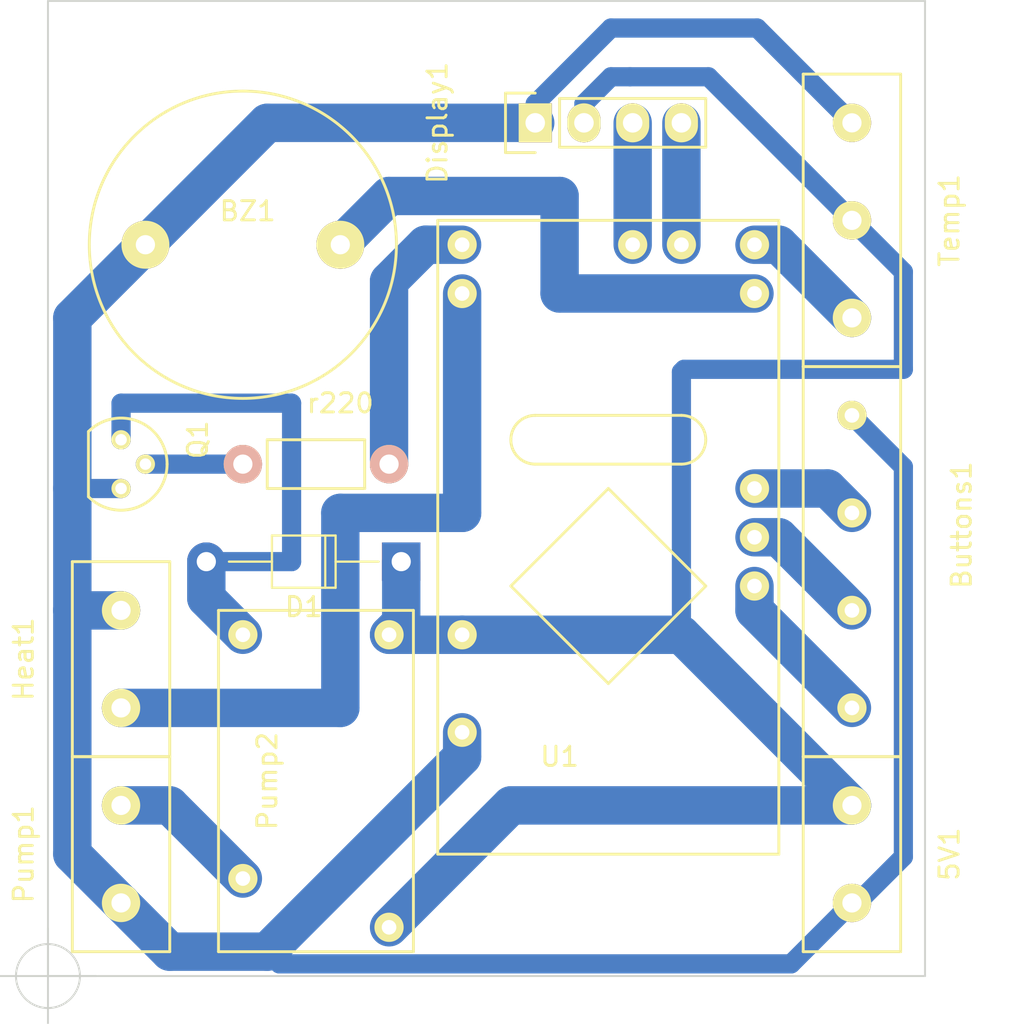
<source format=kicad_pcb>
(kicad_pcb (version 4) (host pcbnew 4.0.2+dfsg1-stable)

  (general
    (links 27)
    (no_connects 0)
    (area 153.815 99.009999 206.715 152.213572)
    (thickness 1.6)
    (drawings 5)
    (tracks 72)
    (zones 0)
    (modules 12)
    (nets 15)
  )

  (page A4)
  (layers
    (0 F.Cu signal)
    (31 B.Cu mixed)
    (33 F.Adhes user)
    (35 F.Paste user)
    (37 F.SilkS user)
    (39 F.Mask user)
    (40 Dwgs.User user)
    (41 Cmts.User user)
    (42 Eco1.User user)
    (43 Eco2.User user)
    (44 Edge.Cuts user)
    (45 Margin user)
    (47 F.CrtYd user)
    (49 F.Fab user)
  )

  (setup
    (last_trace_width 1)
    (user_trace_width 1)
    (trace_clearance 0.2)
    (zone_clearance 0.508)
    (zone_45_only no)
    (trace_min 0.2)
    (segment_width 0.2)
    (edge_width 0.1)
    (via_size 0.6)
    (via_drill 0.4)
    (via_min_size 0.4)
    (via_min_drill 0.3)
    (uvia_size 0.3)
    (uvia_drill 0.1)
    (uvias_allowed no)
    (uvia_min_size 0.2)
    (uvia_min_drill 0.1)
    (pcb_text_width 0.3)
    (pcb_text_size 1.5 1.5)
    (mod_edge_width 0.15)
    (mod_text_size 1 1)
    (mod_text_width 0.15)
    (pad_size 1.5 1.5)
    (pad_drill 0.6)
    (pad_to_mask_clearance 0)
    (aux_axis_origin 156.35 150)
    (grid_origin 156.21 149.86)
    (visible_elements FFFFFF7F)
    (pcbplotparams
      (layerselection 0x00000_80000000)
      (usegerberextensions false)
      (excludeedgelayer true)
      (linewidth 0.100000)
      (plotframeref false)
      (viasonmask false)
      (mode 1)
      (useauxorigin false)
      (hpglpennumber 1)
      (hpglpenspeed 20)
      (hpglpendiameter 15)
      (hpglpenoverlay 2)
      (psnegative false)
      (psa4output false)
      (plotreference true)
      (plotvalue true)
      (plotinvisibletext false)
      (padsonsilk false)
      (subtractmaskfromsilk false)
      (outputformat 1)
      (mirror false)
      (drillshape 0)
      (scaleselection 1)
      (outputdirectory /home/mikkel/projects/hbs/pcb/))
  )

  (net 0 "")
  (net 1 GND)
  (net 2 VCC)
  (net 3 "Net-(Buttons1-Pad2)")
  (net 4 "Net-(Buttons1-Pad3)")
  (net 5 "Net-(Buttons1-Pad4)")
  (net 6 "Net-(BZ1-Pad2)")
  (net 7 "Net-(Display1-Pad3)")
  (net 8 "Net-(Display1-Pad4)")
  (net 9 "Net-(Heat1-Pad2)")
  (net 10 "Net-(D1-Pad2)")
  (net 11 "Net-(Q1-Pad2)")
  (net 12 "Net-(U1-PadD10)")
  (net 13 "Net-(Temp1-Pad3)")
  (net 14 "Net-(Pump1-Pad2)")

  (net_class Default "This is the default net class."
    (clearance 0.2)
    (trace_width 2)
    (via_dia 0.6)
    (via_drill 0.4)
    (uvia_dia 0.3)
    (uvia_drill 0.1)
    (add_net GND)
    (add_net "Net-(BZ1-Pad2)")
    (add_net "Net-(Buttons1-Pad2)")
    (add_net "Net-(Buttons1-Pad3)")
    (add_net "Net-(Buttons1-Pad4)")
    (add_net "Net-(D1-Pad2)")
    (add_net "Net-(Display1-Pad3)")
    (add_net "Net-(Display1-Pad4)")
    (add_net "Net-(Heat1-Pad2)")
    (add_net "Net-(Pump1-Pad2)")
    (add_net "Net-(Q1-Pad2)")
    (add_net "Net-(Temp1-Pad3)")
    (add_net "Net-(U1-PadD10)")
    (add_net VCC)
  )

  (module hbs:screw-terminal-2-5.08 locked (layer F.Cu) (tedit 5A01F2D7) (tstamp 5A014640)
    (at 198.12 146.05 90)
    (path /59FCE19F)
    (fp_text reference 5V1 (at 2.54 5.08 90) (layer F.SilkS)
      (effects (font (size 1 1) (thickness 0.15)))
    )
    (fp_text value Screw_Terminal_01x02 (at 2.54 -3.81 90) (layer F.Fab) hide
      (effects (font (size 1 1) (thickness 0.15)))
    )
    (fp_line (start -2.54 -2.54) (end 7.62 -2.54) (layer F.SilkS) (width 0.15))
    (fp_line (start 7.62 -2.54) (end 7.62 2.54) (layer F.SilkS) (width 0.15))
    (fp_line (start 7.62 2.54) (end -2.54 2.54) (layer F.SilkS) (width 0.15))
    (fp_line (start -2.54 2.54) (end -2.54 -2.54) (layer F.SilkS) (width 0.15))
    (pad 1 thru_hole circle (at 0 0 90) (size 2 2) (drill 1) (layers *.Cu *.Mask F.SilkS)
      (net 1 GND))
    (pad 2 thru_hole circle (at 5.08 0 90) (size 2 2) (drill 1) (layers *.Cu *.Mask F.SilkS)
      (net 2 VCC))
  )

  (module hbs:screw-terminal-4-5.08 locked (layer F.Cu) (tedit 5A02DD35) (tstamp 5A01464E)
    (at 198.12 120.65 270)
    (path /59FCD491)
    (fp_text reference Buttons1 (at 5.715 -5.715 270) (layer F.SilkS)
      (effects (font (size 1 1) (thickness 0.15)))
    )
    (fp_text value Conn_01x04 (at 6.35 -7.62 270) (layer F.Fab)
      (effects (font (size 1 1) (thickness 0.15)))
    )
    (fp_line (start -2.54 2.54) (end -2.54 -2.54) (layer F.SilkS) (width 0.15))
    (fp_line (start -2.54 -2.54) (end 17.78 -2.54) (layer F.SilkS) (width 0.15))
    (fp_line (start 17.78 -2.54) (end 17.78 2.54) (layer F.SilkS) (width 0.15))
    (fp_line (start 17.78 2.54) (end -2.54 2.54) (layer F.SilkS) (width 0.15))
    (pad 1 thru_hole circle (at 0 0 270) (size 1.524 1.524) (drill 0.762) (layers *.Cu *.Mask F.SilkS)
      (net 1 GND))
    (pad 2 thru_hole circle (at 5.08 0 270) (size 1.524 1.524) (drill 0.762) (layers *.Cu *.Mask F.SilkS)
      (net 3 "Net-(Buttons1-Pad2)"))
    (pad 3 thru_hole circle (at 10.16 0 270) (size 1.524 1.524) (drill 0.762) (layers *.Cu *.Mask F.SilkS)
      (net 4 "Net-(Buttons1-Pad3)"))
    (pad 4 thru_hole circle (at 15.24 0 270) (size 1.524 1.524) (drill 0.762) (layers *.Cu *.Mask F.SilkS)
      (net 5 "Net-(Buttons1-Pad4)"))
  )

  (module Buzzers_Beepers:BUZZER (layer F.Cu) (tedit 0) (tstamp 5A014654)
    (at 166.37 111.76)
    (path /59FB21D3)
    (fp_text reference BZ1 (at 0.24892 -1.75006) (layer F.SilkS)
      (effects (font (size 1 1) (thickness 0.15)))
    )
    (fp_text value Buzzer (at 0 1.50114) (layer F.Fab)
      (effects (font (size 1 1) (thickness 0.15)))
    )
    (fp_circle (center 0 0) (end 8.001 0.24892) (layer F.SilkS) (width 0.15))
    (pad 2 thru_hole circle (at 5.08 0) (size 2.49936 2.49936) (drill 1.00076) (layers *.Cu *.Mask F.SilkS)
      (net 6 "Net-(BZ1-Pad2)"))
    (pad 1 thru_hole circle (at -5.08 0) (size 2.49936 2.49936) (drill 1.00076) (layers *.Cu *.Mask F.SilkS)
      (net 1 GND))
  )

  (module Pin_Headers:Pin_Header_Straight_1x04 (layer F.Cu) (tedit 0) (tstamp 5A01465C)
    (at 181.61 105.41 90)
    (descr "Through hole pin header")
    (tags "pin header")
    (path /59FB428E)
    (fp_text reference Display1 (at 0 -5.1 90) (layer F.SilkS)
      (effects (font (size 1 1) (thickness 0.15)))
    )
    (fp_text value "JST Conn" (at 0 -3.1 90) (layer F.Fab)
      (effects (font (size 1 1) (thickness 0.15)))
    )
    (fp_line (start -1.75 -1.75) (end -1.75 9.4) (layer F.CrtYd) (width 0.05))
    (fp_line (start 1.75 -1.75) (end 1.75 9.4) (layer F.CrtYd) (width 0.05))
    (fp_line (start -1.75 -1.75) (end 1.75 -1.75) (layer F.CrtYd) (width 0.05))
    (fp_line (start -1.75 9.4) (end 1.75 9.4) (layer F.CrtYd) (width 0.05))
    (fp_line (start -1.27 1.27) (end -1.27 8.89) (layer F.SilkS) (width 0.15))
    (fp_line (start 1.27 1.27) (end 1.27 8.89) (layer F.SilkS) (width 0.15))
    (fp_line (start 1.55 -1.55) (end 1.55 0) (layer F.SilkS) (width 0.15))
    (fp_line (start -1.27 8.89) (end 1.27 8.89) (layer F.SilkS) (width 0.15))
    (fp_line (start 1.27 1.27) (end -1.27 1.27) (layer F.SilkS) (width 0.15))
    (fp_line (start -1.55 0) (end -1.55 -1.55) (layer F.SilkS) (width 0.15))
    (fp_line (start -1.55 -1.55) (end 1.55 -1.55) (layer F.SilkS) (width 0.15))
    (pad 1 thru_hole rect (at 0 0 90) (size 2.032 1.7272) (drill 1.016) (layers *.Cu *.Mask F.SilkS)
      (net 1 GND))
    (pad 2 thru_hole oval (at 0 2.54 90) (size 2.032 1.7272) (drill 1.016) (layers *.Cu *.Mask F.SilkS)
      (net 2 VCC))
    (pad 3 thru_hole oval (at 0 5.08 90) (size 2.032 1.7272) (drill 1.016) (layers *.Cu *.Mask F.SilkS)
      (net 7 "Net-(Display1-Pad3)"))
    (pad 4 thru_hole oval (at 0 7.62 90) (size 2.032 1.7272) (drill 1.016) (layers *.Cu *.Mask F.SilkS)
      (net 8 "Net-(Display1-Pad4)"))
    (model Pin_Headers.3dshapes/Pin_Header_Straight_1x04.wrl
      (at (xyz 0 -0.15 0))
      (scale (xyz 1 1 1))
      (rotate (xyz 0 0 90))
    )
  )

  (module hbs:screw-terminal-2-5.08 locked (layer F.Cu) (tedit 5A01F2BA) (tstamp 5A014662)
    (at 160.02 130.81 270)
    (path /59FB06DF)
    (fp_text reference Heat1 (at 2.54 5.08 270) (layer F.SilkS)
      (effects (font (size 1 1) (thickness 0.15)))
    )
    (fp_text value Screw_Terminal_01x02 (at 2.54 -3.81 270) (layer F.Fab) hide
      (effects (font (size 1 1) (thickness 0.15)))
    )
    (fp_line (start -2.54 -2.54) (end 7.62 -2.54) (layer F.SilkS) (width 0.15))
    (fp_line (start 7.62 -2.54) (end 7.62 2.54) (layer F.SilkS) (width 0.15))
    (fp_line (start 7.62 2.54) (end -2.54 2.54) (layer F.SilkS) (width 0.15))
    (fp_line (start -2.54 2.54) (end -2.54 -2.54) (layer F.SilkS) (width 0.15))
    (pad 1 thru_hole circle (at 0 0 270) (size 2 2) (drill 1) (layers *.Cu *.Mask F.SilkS)
      (net 1 GND))
    (pad 2 thru_hole circle (at 5.08 0 270) (size 2 2) (drill 1) (layers *.Cu *.Mask F.SilkS)
      (net 9 "Net-(Heat1-Pad2)"))
  )

  (module hbs:screw-terminal-2-5.08 locked (layer F.Cu) (tedit 5A01F2B6) (tstamp 5A014668)
    (at 160.02 146.05 90)
    (path /59FB077B)
    (fp_text reference Pump1 (at 2.54 -5.08 90) (layer F.SilkS)
      (effects (font (size 1 1) (thickness 0.15)))
    )
    (fp_text value Screw_Terminal_01x02 (at 2.54 -3.81 90) (layer F.Fab) hide
      (effects (font (size 1 1) (thickness 0.15)))
    )
    (fp_line (start -2.54 -2.54) (end 7.62 -2.54) (layer F.SilkS) (width 0.15))
    (fp_line (start 7.62 -2.54) (end 7.62 2.54) (layer F.SilkS) (width 0.15))
    (fp_line (start 7.62 2.54) (end -2.54 2.54) (layer F.SilkS) (width 0.15))
    (fp_line (start -2.54 2.54) (end -2.54 -2.54) (layer F.SilkS) (width 0.15))
    (pad 1 thru_hole circle (at 0 0 90) (size 2 2) (drill 1) (layers *.Cu *.Mask F.SilkS)
      (net 1 GND))
    (pad 2 thru_hole circle (at 5.08 0 90) (size 2 2) (drill 1) (layers *.Cu *.Mask F.SilkS)
      (net 14 "Net-(Pump1-Pad2)"))
  )

  (module TO_SOT_Packages_THT:TO-92_Molded_Narrow (layer F.Cu) (tedit 54F242E1) (tstamp 5A014677)
    (at 160.02 121.92 270)
    (descr "TO-92 leads molded, narrow, drill 0.6mm (see NXP sot054_po.pdf)")
    (tags "to-92 sc-43 sc-43a sot54 PA33 transistor")
    (path /59FB2D67)
    (fp_text reference Q1 (at 0 -4 270) (layer F.SilkS)
      (effects (font (size 1 1) (thickness 0.15)))
    )
    (fp_text value BC337 (at 0 3 270) (layer F.Fab)
      (effects (font (size 1 1) (thickness 0.15)))
    )
    (fp_line (start -1.4 1.95) (end -1.4 -2.65) (layer F.CrtYd) (width 0.05))
    (fp_line (start -1.4 1.95) (end 3.9 1.95) (layer F.CrtYd) (width 0.05))
    (fp_line (start -0.43 1.7) (end 2.97 1.7) (layer F.SilkS) (width 0.15))
    (fp_arc (start 1.27 0) (end 1.27 -2.4) (angle -135) (layer F.SilkS) (width 0.15))
    (fp_arc (start 1.27 0) (end 1.27 -2.4) (angle 135) (layer F.SilkS) (width 0.15))
    (fp_line (start -1.4 -2.65) (end 3.9 -2.65) (layer F.CrtYd) (width 0.05))
    (fp_line (start 3.9 1.95) (end 3.9 -2.65) (layer F.CrtYd) (width 0.05))
    (pad 2 thru_hole circle (at 1.27 -1.27) (size 1.00076 1.00076) (drill 0.6) (layers *.Cu *.Mask F.SilkS)
      (net 11 "Net-(Q1-Pad2)"))
    (pad 3 thru_hole circle (at 2.54 0) (size 1.00076 1.00076) (drill 0.6) (layers *.Cu *.Mask F.SilkS)
      (net 1 GND))
    (pad 1 thru_hole circle (at 0 0) (size 1.00076 1.00076) (drill 0.6) (layers *.Cu *.Mask F.SilkS)
      (net 10 "Net-(D1-Pad2)"))
    (model TO_SOT_Packages_THT.3dshapes/TO-92_Molded_Narrow.wrl
      (at (xyz 0.05 0 0))
      (scale (xyz 1 1 1))
      (rotate (xyz 0 0 -90))
    )
  )

  (module Resistors_ThroughHole:Resistor_Horizontal_RM7mm (layer F.Cu) (tedit 5A01F2C1) (tstamp 5A01467D)
    (at 166.37 123.19)
    (descr "Resistor, Axial,  RM 7.62mm, 1/3W,")
    (tags "Resistor Axial RM 7.62mm 1/3W R3")
    (path /59FB3FCF)
    (fp_text reference r220 (at 5.08 -3.175) (layer F.SilkS)
      (effects (font (size 1 1) (thickness 0.15)))
    )
    (fp_text value R (at 3.81 3.81) (layer F.Fab)
      (effects (font (size 1 1) (thickness 0.15)))
    )
    (fp_line (start -1.25 -1.5) (end 8.85 -1.5) (layer F.CrtYd) (width 0.05))
    (fp_line (start -1.25 1.5) (end -1.25 -1.5) (layer F.CrtYd) (width 0.05))
    (fp_line (start 8.85 -1.5) (end 8.85 1.5) (layer F.CrtYd) (width 0.05))
    (fp_line (start -1.25 1.5) (end 8.85 1.5) (layer F.CrtYd) (width 0.05))
    (fp_line (start 1.27 -1.27) (end 6.35 -1.27) (layer F.SilkS) (width 0.15))
    (fp_line (start 6.35 -1.27) (end 6.35 1.27) (layer F.SilkS) (width 0.15))
    (fp_line (start 6.35 1.27) (end 1.27 1.27) (layer F.SilkS) (width 0.15))
    (fp_line (start 1.27 1.27) (end 1.27 -1.27) (layer F.SilkS) (width 0.15))
    (pad 1 thru_hole circle (at 0 0) (size 1.99898 1.99898) (drill 1.00076) (layers *.Cu *.SilkS *.Mask)
      (net 11 "Net-(Q1-Pad2)"))
    (pad 2 thru_hole circle (at 7.62 0) (size 1.99898 1.99898) (drill 1.00076) (layers *.Cu *.SilkS *.Mask)
      (net 12 "Net-(U1-PadD10)"))
  )

  (module hbs:screw-terminal-3-5.08 locked (layer F.Cu) (tedit 5A01F2CA) (tstamp 5A014684)
    (at 198.12 105.41 270)
    (path /59FB0650)
    (fp_text reference Temp1 (at 5.08 -5.08 270) (layer F.SilkS)
      (effects (font (size 1 1) (thickness 0.15)))
    )
    (fp_text value Screw_Terminal_01x03 (at 5.08 -3.81 270) (layer F.Fab) hide
      (effects (font (size 1 1) (thickness 0.15)))
    )
    (fp_line (start -2.54 -2.54) (end -2.54 2.54) (layer F.SilkS) (width 0.15))
    (fp_line (start -2.54 2.54) (end 12.7 2.54) (layer F.SilkS) (width 0.15))
    (fp_line (start 12.7 2.54) (end 12.7 -2.54) (layer F.SilkS) (width 0.15))
    (fp_line (start 12.7 -2.54) (end -2.54 -2.54) (layer F.SilkS) (width 0.15))
    (pad 1 thru_hole circle (at 0 0 270) (size 2 2) (drill 1) (layers *.Cu *.Mask F.SilkS)
      (net 1 GND))
    (pad 2 thru_hole circle (at 5.08 0 270) (size 2 2) (drill 1) (layers *.Cu *.Mask F.SilkS)
      (net 2 VCC))
    (pad 3 thru_hole circle (at 10.16 0 270) (size 2 2) (drill 1) (layers *.Cu *.Mask F.SilkS)
      (net 13 "Net-(Temp1-Pad3)"))
  )

  (module hbs:RobotDynProMini (layer F.Cu) (tedit 5A01EC8A) (tstamp 5A0146A1)
    (at 176.53 143.51)
    (path /5A00AEA2)
    (fp_text reference U1 (at 6.35 -5.08) (layer F.SilkS)
      (effects (font (size 1 1) (thickness 0.15)))
    )
    (fp_text value RobotDynProMini (at 8.89 1.27) (layer F.Fab)
      (effects (font (size 1 1) (thickness 0.15)))
    )
    (fp_line (start 12.7 -20.32) (end 5.08 -20.32) (layer F.SilkS) (width 0.15))
    (fp_line (start 5.08 -22.86) (end 12.7 -22.86) (layer F.SilkS) (width 0.15))
    (fp_arc (start 12.7 -21.59) (end 13.97 -21.59) (angle 90) (layer F.SilkS) (width 0.15))
    (fp_arc (start 12.7 -21.59) (end 12.7 -22.86) (angle 90) (layer F.SilkS) (width 0.15))
    (fp_arc (start 5.08 -21.59) (end 3.81 -21.59) (angle 90) (layer F.SilkS) (width 0.15))
    (fp_arc (start 5.08 -21.59) (end 5.08 -20.32) (angle 90) (layer F.SilkS) (width 0.15))
    (fp_line (start 3.81 -13.97) (end 8.89 -8.89) (layer F.SilkS) (width 0.15))
    (fp_line (start 8.89 -8.89) (end 13.97 -13.97) (layer F.SilkS) (width 0.15))
    (fp_line (start 13.97 -13.97) (end 8.89 -19.05) (layer F.SilkS) (width 0.15))
    (fp_line (start 8.89 -19.05) (end 3.81 -13.97) (layer F.SilkS) (width 0.15))
    (fp_line (start 0 0) (end 0 -33.02) (layer F.SilkS) (width 0.15))
    (fp_line (start 0 -33.02) (end 17.78 -33.02) (layer F.SilkS) (width 0.15))
    (fp_line (start 17.78 -33.02) (end 17.78 0) (layer F.SilkS) (width 0.15))
    (fp_line (start 17.78 0) (end 0 0) (layer F.SilkS) (width 0.15))
    (pad GND thru_hole circle (at 1.27 -6.35) (size 1.524 1.524) (drill 0.762) (layers *.Cu *.Mask F.SilkS)
      (net 1 GND))
    (pad VCC thru_hole circle (at 1.27 -11.43) (size 1.524 1.524) (drill 0.762) (layers *.Cu *.Mask F.SilkS)
      (net 2 VCC))
    (pad D10 thru_hole circle (at 1.27 -31.75) (size 1.524 1.524) (drill 0.762) (layers *.Cu *.Mask F.SilkS)
      (net 12 "Net-(U1-PadD10)"))
    (pad D11 thru_hole circle (at 1.27 -29.21) (size 1.524 1.524) (drill 0.762) (layers *.Cu *.Mask F.SilkS)
      (net 9 "Net-(Heat1-Pad2)"))
    (pad A4 thru_hole circle (at 12.7 -31.75) (size 1.524 1.524) (drill 0.762) (layers *.Cu *.Mask F.SilkS)
      (net 8 "Net-(Display1-Pad4)"))
    (pad A5 thru_hole circle (at 10.16 -31.75) (size 1.524 1.524) (drill 0.762) (layers *.Cu *.Mask F.SilkS)
      (net 7 "Net-(Display1-Pad3)"))
    (pad D9 thru_hole circle (at 16.51 -31.75) (size 1.524 1.524) (drill 0.762) (layers *.Cu *.Mask F.SilkS)
      (net 13 "Net-(Temp1-Pad3)"))
    (pad D8 thru_hole circle (at 16.51 -29.21) (size 1.524 1.524) (drill 0.762) (layers *.Cu *.Mask F.SilkS)
      (net 6 "Net-(BZ1-Pad2)"))
    (pad D2 thru_hole circle (at 16.51 -13.97) (size 1.524 1.524) (drill 0.762) (layers *.Cu *.Mask F.SilkS)
      (net 5 "Net-(Buttons1-Pad4)"))
    (pad D3 thru_hole circle (at 16.51 -16.51) (size 1.524 1.524) (drill 0.762) (layers *.Cu *.Mask F.SilkS)
      (net 4 "Net-(Buttons1-Pad3)"))
    (pad D4 thru_hole circle (at 16.51 -19.05) (size 1.524 1.524) (drill 0.762) (layers *.Cu *.Mask F.SilkS)
      (net 3 "Net-(Buttons1-Pad2)"))
  )

  (module Diodes_THT:D_T-1_P10.16mm_Horizontal (layer F.Cu) (tedit 5921392F) (tstamp 5A02D68B)
    (at 174.625 128.27 180)
    (descr "D, T-1 series, Axial, Horizontal, pin pitch=10.16mm, , length*diameter=3.2*2.6mm^2, , http://www.diodes.com/_files/packages/T-1.pdf")
    (tags "D T-1 series Axial Horizontal pin pitch 10.16mm  length 3.2mm diameter 2.6mm")
    (path /59FB3022)
    (fp_text reference D1 (at 5.08 -2.36 180) (layer F.SilkS)
      (effects (font (size 1 1) (thickness 0.15)))
    )
    (fp_text value 1N4148 (at 5.08 2.36 180) (layer F.Fab)
      (effects (font (size 1 1) (thickness 0.15)))
    )
    (fp_text user %R (at 5.08 0 180) (layer F.Fab)
      (effects (font (size 1 1) (thickness 0.15)))
    )
    (fp_line (start 3.48 -1.3) (end 3.48 1.3) (layer F.Fab) (width 0.1))
    (fp_line (start 3.48 1.3) (end 6.68 1.3) (layer F.Fab) (width 0.1))
    (fp_line (start 6.68 1.3) (end 6.68 -1.3) (layer F.Fab) (width 0.1))
    (fp_line (start 6.68 -1.3) (end 3.48 -1.3) (layer F.Fab) (width 0.1))
    (fp_line (start 0 0) (end 3.48 0) (layer F.Fab) (width 0.1))
    (fp_line (start 10.16 0) (end 6.68 0) (layer F.Fab) (width 0.1))
    (fp_line (start 3.96 -1.3) (end 3.96 1.3) (layer F.Fab) (width 0.1))
    (fp_line (start 3.42 -1.36) (end 3.42 1.36) (layer F.SilkS) (width 0.12))
    (fp_line (start 3.42 1.36) (end 6.74 1.36) (layer F.SilkS) (width 0.12))
    (fp_line (start 6.74 1.36) (end 6.74 -1.36) (layer F.SilkS) (width 0.12))
    (fp_line (start 6.74 -1.36) (end 3.42 -1.36) (layer F.SilkS) (width 0.12))
    (fp_line (start 1.18 0) (end 3.42 0) (layer F.SilkS) (width 0.12))
    (fp_line (start 8.98 0) (end 6.74 0) (layer F.SilkS) (width 0.12))
    (fp_line (start 3.96 -1.36) (end 3.96 1.36) (layer F.SilkS) (width 0.12))
    (fp_line (start -1.25 -1.65) (end -1.25 1.65) (layer F.CrtYd) (width 0.05))
    (fp_line (start -1.25 1.65) (end 11.45 1.65) (layer F.CrtYd) (width 0.05))
    (fp_line (start 11.45 1.65) (end 11.45 -1.65) (layer F.CrtYd) (width 0.05))
    (fp_line (start 11.45 -1.65) (end -1.25 -1.65) (layer F.CrtYd) (width 0.05))
    (pad 1 thru_hole rect (at 0 0 180) (size 2 2) (drill 1) (layers *.Cu *.Mask)
      (net 2 VCC))
    (pad 2 thru_hole oval (at 10.16 0 180) (size 2 2) (drill 1) (layers *.Cu *.Mask)
      (net 10 "Net-(D1-Pad2)"))
    (model ${KISYS3DMOD}/Diodes_THT.3dshapes/D_T-1_P10.16mm_Horizontal.wrl
      (at (xyz 0 0 0))
      (scale (xyz 0.393701 0.393701 0.393701))
      (rotate (xyz 0 0 0))
    )
  )

  (module hbs:relay-OJE-SS-105HM (layer F.Cu) (tedit 5A02C420) (tstamp 5A02D729)
    (at 166.37 132.08 270)
    (descr http://www.mouser.com/ds/2/418/te_ENG_DS_OJ_OJE_series_relay_data_sheet_E_0412-1210634.pdf)
    (path /59FB289A)
    (fp_text reference Pump2 (at 7.62 -1.27 270) (layer F.SilkS)
      (effects (font (size 1 1) (thickness 0.15)))
    )
    (fp_text value FINDER-36.11-4301 (at 7.62 -3.81 270) (layer F.Fab) hide
      (effects (font (size 1 1) (thickness 0.15)))
    )
    (fp_line (start -1.27 -8.89) (end -1.27 1.27) (layer F.SilkS) (width 0.15))
    (fp_line (start -1.27 1.27) (end 16.51 1.27) (layer F.SilkS) (width 0.15))
    (fp_line (start 16.51 1.27) (end 16.51 -8.89) (layer F.SilkS) (width 0.15))
    (fp_line (start 16.51 -8.89) (end -1.27 -8.89) (layer F.SilkS) (width 0.15))
    (pad A1 thru_hole circle (at 0 0 270) (size 1.524 1.524) (drill 0.762) (layers *.Cu *.Mask F.SilkS)
      (net 10 "Net-(D1-Pad2)"))
    (pad 14 thru_hole circle (at 12.7 0 270) (size 1.524 1.524) (drill 0.762) (layers *.Cu *.Mask F.SilkS)
      (net 14 "Net-(Pump1-Pad2)"))
    (pad 11 thru_hole circle (at 15.24 -7.62 270) (size 1.524 1.524) (drill 0.762) (layers *.Cu *.Mask F.SilkS)
      (net 2 VCC))
    (pad A2 thru_hole circle (at 0 -7.62 270) (size 1.524 1.524) (drill 0.762) (layers *.Cu *.Mask F.SilkS)
      (net 2 VCC))
  )

  (target plus (at 156.21 149.86) (size 5) (width 0.1) (layer Edge.Cuts))
  (gr_line (start 201.93 99.06) (end 201.93 149.86) (angle 90) (layer Edge.Cuts) (width 0.1))
  (gr_line (start 156.21 99.06) (end 201.93 99.06) (angle 90) (layer Edge.Cuts) (width 0.1))
  (gr_line (start 156.21 149.86) (end 156.21 99.06) (angle 90) (layer Edge.Cuts) (width 0.1))
  (gr_line (start 156.21 149.86) (end 201.93 149.86) (angle 90) (layer Edge.Cuts) (width 0.1))

  (segment (start 181.61 105.41) (end 167.64 105.41) (width 2) (layer B.Cu) (net 1) (status 10))
  (segment (start 167.64 105.41) (end 161.29 111.76) (width 2) (layer B.Cu) (net 1) (tstamp 5A02D81D) (status 20))
  (segment (start 181.61 104.42) (end 185.56 100.47) (width 1) (layer B.Cu) (net 1) (tstamp 5A02DBA9))
  (segment (start 185.56 100.47) (end 193.18 100.47) (width 1) (layer B.Cu) (net 1) (tstamp 5A02DBAC))
  (segment (start 193.18 100.47) (end 198.12 105.41) (width 1) (layer B.Cu) (net 1) (tstamp 5A02DBAE))
  (segment (start 198.12 146.05) (end 198.4 146.05) (width 1) (layer B.Cu) (net 1))
  (segment (start 198.4 146.05) (end 200.8 143.65) (width 1) (layer B.Cu) (net 1) (tstamp 5A02DBBE))
  (segment (start 200.8 123.33) (end 198.12 120.65) (width 1) (layer B.Cu) (net 1) (tstamp 5A02DBC5))
  (segment (start 200.8 143.65) (end 200.8 123.33) (width 1) (layer B.Cu) (net 1) (tstamp 5A02DBC1))
  (segment (start 181.61 105.41) (end 181.61 104.42) (width 1) (layer B.Cu) (net 1))
  (segment (start 198.12 146.05) (end 194.945 149.225) (width 1) (layer B.Cu) (net 1))
  (segment (start 168.275 149.225) (end 167.64 148.59) (width 1) (layer B.Cu) (net 1) (tstamp 5A02D93A))
  (segment (start 194.945 149.225) (end 168.275 149.225) (width 1) (layer B.Cu) (net 1) (tstamp 5A02D937))
  (segment (start 160.02 124.46) (end 157.48 124.46) (width 1) (layer B.Cu) (net 1))
  (segment (start 157.48 130.81) (end 157.48 124.46) (width 2) (layer B.Cu) (net 1))
  (segment (start 157.48 124.46) (end 157.48 115.57) (width 2) (layer B.Cu) (net 1) (tstamp 5A02D8B1))
  (segment (start 157.48 115.57) (end 161.29 111.76) (width 2) (layer B.Cu) (net 1) (tstamp 5A02D820) (status 20))
  (segment (start 177.8 137.16) (end 177.8 138.43) (width 2) (layer B.Cu) (net 1) (status 10))
  (segment (start 177.8 138.43) (end 167.64 148.59) (width 2) (layer B.Cu) (net 1) (tstamp 5A02D816))
  (segment (start 162.56 148.59) (end 160.02 146.05) (width 2) (layer B.Cu) (net 1) (tstamp 5A02D818) (status 20))
  (segment (start 167.64 148.59) (end 162.56 148.59) (width 2) (layer B.Cu) (net 1) (tstamp 5A02D817))
  (segment (start 160.02 146.05) (end 157.48 143.51) (width 2) (layer B.Cu) (net 1) (status 10))
  (segment (start 157.48 130.81) (end 160.02 130.81) (width 2) (layer B.Cu) (net 1) (tstamp 5A02D813) (status 20))
  (segment (start 157.48 143.51) (end 157.48 130.81) (width 2) (layer B.Cu) (net 1) (tstamp 5A02D812))
  (segment (start 198.12 110.49) (end 190.64 103.01) (width 1) (layer B.Cu) (net 2))
  (segment (start 185.56 103.01) (end 184.15 104.42) (width 1) (layer B.Cu) (net 2) (tstamp 5A02DC5E))
  (segment (start 186.55 103.01) (end 185.56 103.01) (width 1) (layer B.Cu) (net 2) (tstamp 5A02DC5D))
  (segment (start 190.64 103.01) (end 186.55 103.01) (width 1) (layer B.Cu) (net 2) (tstamp 5A02DC5C))
  (segment (start 184.15 104.42) (end 184.15 105.41) (width 1) (layer B.Cu) (net 2) (tstamp 5A02DC5F))
  (segment (start 184.15 105.41) (end 184.15 104.42) (width 1) (layer B.Cu) (net 2))
  (segment (start 198.12 110.49) (end 200.8 113.17) (width 1) (layer B.Cu) (net 2))
  (segment (start 189.23 118.39) (end 189.23 132.08) (width 1) (layer B.Cu) (net 2) (tstamp 5A02DB43))
  (segment (start 189.37 118.25) (end 189.23 118.39) (width 1) (layer B.Cu) (net 2) (tstamp 5A02DB3E))
  (segment (start 200.8 118.25) (end 189.37 118.25) (width 1) (layer B.Cu) (net 2) (tstamp 5A02DB3C))
  (segment (start 200.8 113.17) (end 200.8 118.25) (width 1) (layer B.Cu) (net 2) (tstamp 5A02DB35))
  (segment (start 177.8 132.08) (end 189.23 132.08) (width 2) (layer B.Cu) (net 2) (status 10))
  (segment (start 189.23 132.08) (end 198.12 140.97) (width 2) (layer B.Cu) (net 2) (tstamp 5A02D7AA) (status 20))
  (segment (start 174.625 128.27) (end 174.625 131.445) (width 2) (layer B.Cu) (net 2) (status 10))
  (segment (start 174.625 131.445) (end 173.99 132.08) (width 2) (layer B.Cu) (net 2) (tstamp 5A02D7A4) (status 20))
  (segment (start 173.99 132.08) (end 177.8 132.08) (width 2) (layer B.Cu) (net 2) (status 30))
  (segment (start 198.12 140.97) (end 180.34 140.97) (width 2) (layer B.Cu) (net 2) (status 10))
  (segment (start 180.34 140.97) (end 173.99 147.32) (width 2) (layer B.Cu) (net 2) (tstamp 5A02D795) (status 20))
  (segment (start 193.04 124.46) (end 196.85 124.46) (width 2) (layer B.Cu) (net 3) (status 10))
  (segment (start 196.85 124.46) (end 198.12 125.73) (width 2) (layer B.Cu) (net 3) (tstamp 5A02D7BB) (status 20))
  (segment (start 193.04 127) (end 194.31 127) (width 2) (layer B.Cu) (net 4) (status 10))
  (segment (start 194.31 127) (end 198.12 130.81) (width 2) (layer B.Cu) (net 4) (tstamp 5A02D7B8) (status 20))
  (segment (start 193.04 129.54) (end 193.04 130.81) (width 2) (layer B.Cu) (net 5) (status 10))
  (segment (start 193.04 130.81) (end 198.12 135.89) (width 2) (layer B.Cu) (net 5) (tstamp 5A02D7B4) (status 20))
  (segment (start 193.04 114.3) (end 182.88 114.3) (width 2) (layer B.Cu) (net 6) (status 10))
  (segment (start 173.99 109.22) (end 171.45 111.76) (width 2) (layer B.Cu) (net 6) (tstamp 5A02D7F5) (status 20))
  (segment (start 182.88 109.22) (end 173.99 109.22) (width 2) (layer B.Cu) (net 6) (tstamp 5A02D7F4))
  (segment (start 182.88 114.3) (end 182.88 109.22) (width 2) (layer B.Cu) (net 6) (tstamp 5A02D7F3))
  (segment (start 186.69 111.76) (end 186.69 105.41) (width 2) (layer B.Cu) (net 7) (status 30))
  (segment (start 189.23 105.41) (end 189.23 111.76) (width 2) (layer B.Cu) (net 8) (status 30))
  (segment (start 160.02 135.89) (end 171.45 135.89) (width 2) (layer B.Cu) (net 9) (status 10))
  (segment (start 177.8 125.73) (end 177.8 114.3) (width 2) (layer B.Cu) (net 9) (tstamp 5A02D84A) (status 20))
  (segment (start 171.45 125.73) (end 177.8 125.73) (width 2) (layer B.Cu) (net 9) (tstamp 5A02D849))
  (segment (start 171.45 135.89) (end 171.45 125.73) (width 2) (layer B.Cu) (net 9) (tstamp 5A02D848))
  (segment (start 160.02 121.92) (end 160.02 120.015) (width 1) (layer B.Cu) (net 10))
  (segment (start 168.91 128.27) (end 164.465 128.27) (width 1) (layer B.Cu) (net 10) (tstamp 5A02D8C5))
  (segment (start 168.91 120.015) (end 168.91 128.27) (width 1) (layer B.Cu) (net 10) (tstamp 5A02D8C1))
  (segment (start 160.02 120.015) (end 168.91 120.015) (width 1) (layer B.Cu) (net 10) (tstamp 5A02D8BD))
  (segment (start 164.465 128.27) (end 164.465 130.175) (width 2) (layer B.Cu) (net 10) (status 10))
  (segment (start 164.465 130.175) (end 166.37 132.08) (width 2) (layer B.Cu) (net 10) (tstamp 5A02D7A7) (status 20))
  (segment (start 161.29 123.19) (end 166.37 123.19) (width 1) (layer B.Cu) (net 11))
  (segment (start 173.99 123.19) (end 173.99 113.665) (width 2) (layer B.Cu) (net 12) (status 10))
  (segment (start 175.895 111.76) (end 177.8 111.76) (width 2) (layer B.Cu) (net 12) (tstamp 5A02D7FC) (status 20))
  (segment (start 173.99 113.665) (end 175.895 111.76) (width 2) (layer B.Cu) (net 12) (tstamp 5A02D7FB))
  (segment (start 193.04 111.76) (end 194.31 111.76) (width 2) (layer B.Cu) (net 13) (status 10))
  (segment (start 194.31 111.76) (end 198.12 115.57) (width 2) (layer B.Cu) (net 13) (tstamp 5A02D7BF) (status 20))
  (segment (start 160.02 140.97) (end 162.56 140.97) (width 2) (layer B.Cu) (net 14) (status 10))
  (segment (start 162.56 140.97) (end 166.37 144.78) (width 2) (layer B.Cu) (net 14) (tstamp 5A02D78F) (status 20))

)

</source>
